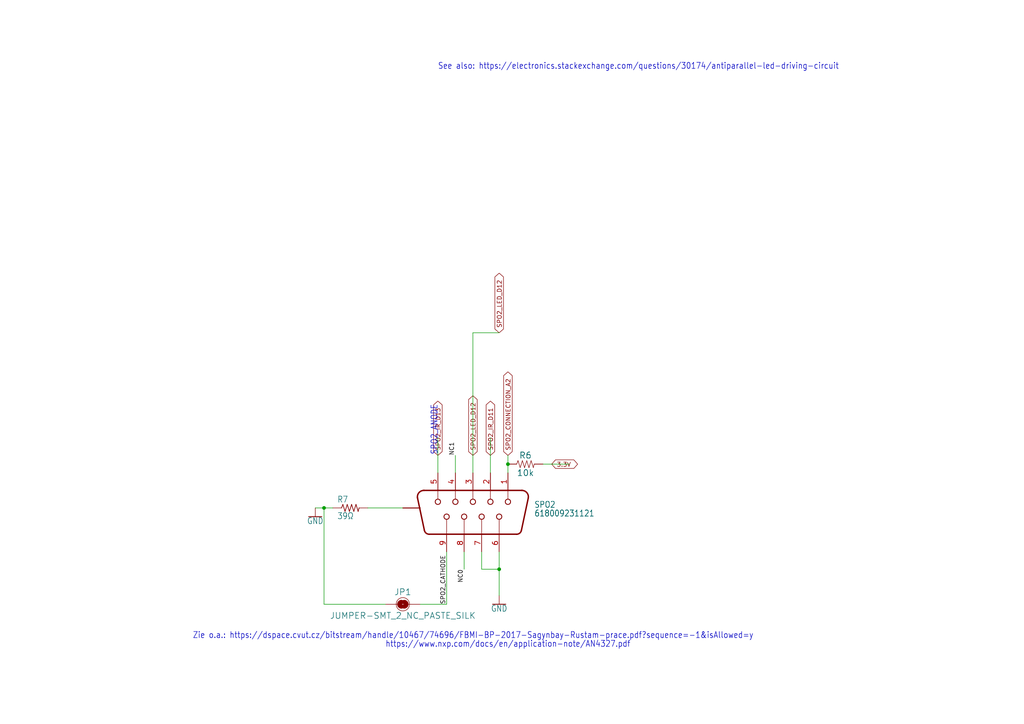
<source format=kicad_sch>
(kicad_sch (version 20250114) (generator "eeschema") (generator_version "9.0")
  (paper "A4")
  (lib_symbols
    (symbol "Spo2_module_v3.0.0_simple_dec2024-eagle-import:10KOHM-0603-1/10W-1%"
      (property "Reference" "R" (at 0 1.524 0))
      (symbol "10KOHM-0603-1/10W-1%_1_0"
        (polyline (pts (xy -2.54 0) (xy -2.159 1.016)) (stroke (width 0.1524)))
        (polyline (pts (xy -2.159 1.016) (xy -1.524 -1.016)) (stroke (width 0.1524)))
        (polyline (pts (xy -1.524 -1.016) (xy -0.889 1.016)) (stroke (width 0.1524)))
        (polyline (pts (xy -0.889 1.016) (xy -0.254 -1.016)) (stroke (width 0.1524)))
        (polyline (pts (xy -0.254 -1.016) (xy 0.381 1.016)) (stroke (width 0.1524)))
        (polyline (pts (xy 0.381 1.016) (xy 1.016 -1.016)) (stroke (width 0.1524)))
        (polyline (pts (xy 1.016 -1.016) (xy 1.651 1.016)) (stroke (width 0.1524)))
        (polyline (pts (xy 1.651 1.016) (xy 2.286 -1.016)) (stroke (width 0.1524)))
        (polyline (pts (xy 2.286 -1.016) (xy 2.54 0)) (stroke (width 0.1524)))
        (pin passive line (at -5.08 0 0) (length 2.54) (name "1") (number "1"))
        (pin passive line (at 5.08 0 180) (length 2.54) (name "2") (number "2"))
      )
    )
    (symbol "Spo2_module_v3.0.0_simple_dec2024-eagle-import:618009231121"
      (property "Reference" "J" (at 17.78 0 0))
      (symbol "618009231121_1_0"
        (polyline (pts (xy -16.0758 2.9496) (xy -14.0694 -6.5054)) (stroke (width 0.4064)))
        (polyline (pts (xy -14.3 5.08) (xy 14.3 5.08)) (stroke (width 0.4064)))
        (arc (start -16.0669 2.9006) (mid -15.6168 4.4544) (end -14.1241 5.078) (stroke (width 0.4064)))
        (arc (start -12.7018 -7.624) (mid -13.5827 -7.3056) (end -14.0693 -6.5053) (stroke (width 0.4064)))
        (polyline (pts (xy -10.16 2.54) (xy -10.16 5.08)) (stroke (width 0.1524)))
        (circle (center -10.16 1.778) (radius 0.762) (stroke (width 0.254)))
        (circle (center -7.62 -2.54) (radius 0.762) (stroke (width 0.254)))
        (polyline (pts (xy -7.62 -7.66) (xy -7.62 -3.31)) (stroke (width 0.1524)))
        (polyline (pts (xy -5.08 2.54) (xy -5.08 5.08)) (stroke (width 0.1524)))
        (circle (center -5.08 1.778) (radius 0.762) (stroke (width 0.254)))
        (circle (center -2.54 -2.54) (radius 0.762) (stroke (width 0.254)))
        (polyline (pts (xy -2.54 -7.66) (xy -2.54 -3.31)) (stroke (width 0.1524)))
        (polyline (pts (xy 0 2.54) (xy 0 5.08)) (stroke (width 0.1524)))
        (circle (center 0 1.778) (radius 0.762) (stroke (width 0.254)))
        (circle (center 2.54 -2.54) (radius 0.762) (stroke (width 0.254)))
        (polyline (pts (xy 2.54 -7.66) (xy 2.54 -3.31)) (stroke (width 0.1524)))
        (polyline (pts (xy 5.08 2.54) (xy 5.08 5.08)) (stroke (width 0.1524)))
        (circle (center 5.08 1.778) (radius 0.762) (stroke (width 0.254)))
        (circle (center 7.62 -2.54) (radius 0.762) (stroke (width 0.254)))
        (polyline (pts (xy 7.62 -7.66) (xy 7.62 -3.31)) (stroke (width 0.1524)))
        (polyline (pts (xy 10.16 2.54) (xy 10.16 5.08)) (stroke (width 0.1524)))
        (circle (center 10.16 1.778) (radius 0.762) (stroke (width 0.254)))
        (arc (start 14.0693 -6.5053) (mid 13.5827 -7.3056) (end 12.7018 -7.624) (stroke (width 0.4064)))
        (polyline (pts (xy 12.7 -7.62) (xy -12.7 -7.62)) (stroke (width 0.4064)))
        (arc (start 14.1241 5.078) (mid 15.6168 4.4544) (end 16.0669 2.9006) (stroke (width 0.4064)))
        (polyline (pts (xy 16.0758 2.9496) (xy 14.0694 -6.5054)) (stroke (width 0.4064)))
        (pin bidirectional line (at -20.32 0 0) (length 5.08) (name "SHIELD") (number "SHELL"))
        (pin bidirectional line (at -20.32 0 0) (length 5.08) (name "SHIELD") (number "SHELL1"))
        (pin bidirectional line (at -10.16 10.16 270) (length 5.08) (name "5") (number "5"))
        (pin bidirectional line (at -7.62 -12.7 90) (length 5.08) (name "9") (number "9"))
        (pin bidirectional line (at -5.08 10.16 270) (length 5.08) (name "4") (number "4"))
        (pin bidirectional line (at -2.54 -12.7 90) (length 5.08) (name "8") (number "8"))
        (pin bidirectional line (at 0 10.16 270) (length 5.08) (name "3") (number "3"))
        (pin bidirectional line (at 2.54 -12.7 90) (length 5.08) (name "7") (number "7"))
        (pin bidirectional line (at 5.08 10.16 270) (length 5.08) (name "2") (number "2"))
        (pin bidirectional line (at 7.62 -12.7 90) (length 5.08) (name "6") (number "6"))
        (pin bidirectional line (at 10.16 10.16 270) (length 5.08) (name "1") (number "1"))
      )
    )
    (symbol "Spo2_module_v3.0.0_simple_dec2024-eagle-import:JUMPER-SMT_2_NC_PASTE_SILK"
      (property "Reference" "JP" (at 0 3.556 0))
      (symbol "JUMPER-SMT_2_NC_PASTE_SILK_1_0"
        (polyline (pts (xy -2.54 0) (xy -1.651 0)) (stroke (width 0.1524)))
        (arc (start -0.381 -0.635) (mid -1.0159 0.0001) (end -0.3808 0.635) (stroke (width 1.27)))
        (circle (center 0 0) (radius 1.9344))
        (arc (start 0.381 0.635) (mid 1.0159 -0.0001) (end 0.3808 -0.635) (stroke (width 1.27)))
        (polyline (pts (xy 2.54 0) (xy 1.651 0)) (stroke (width 0.1524)))
        (pin passive line (at -5.08 0 0) (length 2.54) (name "1") (number "1"))
        (pin passive line (at 5.08 0 180) (length 2.54) (name "2") (number "2"))
      )
    )
    (symbol "Spo2_module_v3.0.0_simple_dec2024-eagle-import:R-US_R0603"
      (property "Reference" "R" (at -3.81 1.4986 0))
      (symbol "R-US_R0603_1_0"
        (polyline (pts (xy -2.54 0) (xy -2.159 1.016)) (stroke (width 0.2032)))
        (polyline (pts (xy -2.159 1.016) (xy -1.524 -1.016)) (stroke (width 0.2032)))
        (polyline (pts (xy -1.524 -1.016) (xy -0.889 1.016)) (stroke (width 0.2032)))
        (polyline (pts (xy -0.889 1.016) (xy -0.254 -1.016)) (stroke (width 0.2032)))
        (polyline (pts (xy -0.254 -1.016) (xy 0.381 1.016)) (stroke (width 0.2032)))
        (polyline (pts (xy 0.381 1.016) (xy 1.016 -1.016)) (stroke (width 0.2032)))
        (polyline (pts (xy 1.016 -1.016) (xy 1.651 1.016)) (stroke (width 0.2032)))
        (polyline (pts (xy 1.651 1.016) (xy 2.286 -1.016)) (stroke (width 0.2032)))
        (polyline (pts (xy 2.286 -1.016) (xy 2.54 0)) (stroke (width 0.2032)))
        (pin passive line (at -5.08 0 0) (length 2.54) (name "1") (number "1"))
        (pin passive line (at 5.08 0 180) (length 2.54) (name "2") (number "2"))
      )
    )
    (symbol "Spo2_module_v3.0.0_simple_dec2024-eagle-import:SparkFun-PowerSymbols_530_GND" (power)
      (symbol "SparkFun-PowerSymbols_530_GND_1_0"
        (polyline (pts (xy -1.905 0) (xy 1.905 0)) (stroke (width 0.254)))
        (pin power_in line (at 0 2.54 270) (length 2.54) (name "GND") (number "1"))
      )
    )
  )
  (text "Zie o.a.: https://dspace.cvut.cz/bitstream/handle/10467/74696/FBMI-BP-2017-Sagynbay-Rustam-prace.pdf?sequence=-1&isAllowed=y" (at 55.88 185.42 0) (effects (font (size 1.778 1.5113)) (justify left bottom)))
  (text "SPO2_ANODE" (at 127 132.08 90) (effects (font (size 1.778 1.5113)) (justify left bottom)))
  (text "https://www.nxp.com/docs/en/application-note/AN4327.pdf" (at 111.76 187.96 0) (effects (font (size 1.778 1.5113)) (justify left bottom)))
  (text "See also: https://electronics.stackexchange.com/questions/30174/antiparallel-led-driving-circuit" (at 127 20.32 0) (effects (font (size 1.778 1.5113)) (justify left bottom)))
  (junction (at 147.32 134.62))
  (junction (at 93.98 147.32))
  (junction (at 144.78 165.1))
  (wire (pts (xy 142.24 137.16) (xy 142.24 127)) (stroke (width 0.1524)))
  (wire (pts (xy 147.32 134.62) (xy 147.32 132.08)) (stroke (width 0.1524)))
  (wire (pts (xy 147.32 137.16) (xy 147.32 134.62)) (stroke (width 0.1524)))
  (wire (pts (xy 132.08 137.16) (xy 132.08 132.08)) (stroke (width 0.1524)))
  (wire (pts (xy 116.84 147.32) (xy 106.68 147.32)) (stroke (width 0.1524)))
  (wire (pts (xy 93.98 147.32) (xy 93.98 175.26)) (stroke (width 0.1524)))
  (wire (pts (xy 93.98 147.32) (xy 96.52 147.32)) (stroke (width 0.1524)))
  (wire (pts (xy 134.62 160.02) (xy 134.62 165.1)) (stroke (width 0.1524)))
  (wire (pts (xy 144.78 96.52) (xy 137.16 96.52)) (stroke (width 0.1524)))
  (wire (pts (xy 144.78 165.1) (xy 144.78 172.72)) (stroke (width 0.1524)))
  (wire (pts (xy 91.44 147.32) (xy 93.98 147.32)) (stroke (width 0.1524)))
  (wire (pts (xy 157.48 134.62) (xy 165.1 134.62)) (stroke (width 0.1524)))
  (wire (pts (xy 129.54 160.02) (xy 129.54 175.26)) (stroke (width 0.1524)))
  (wire (pts (xy 93.98 175.26) (xy 111.76 175.26)) (stroke (width 0.1524)))
  (wire (pts (xy 139.7 165.1) (xy 144.78 165.1)) (stroke (width 0.1524)))
  (wire (pts (xy 139.7 160.02) (xy 139.7 165.1)) (stroke (width 0.1524)))
  (wire (pts (xy 144.78 160.02) (xy 144.78 165.1)) (stroke (width 0.1524)))
  (wire (pts (xy 129.54 175.26) (xy 121.92 175.26)) (stroke (width 0.1524)))
  (wire (pts (xy 137.16 137.16) (xy 137.16 96.52)) (stroke (width 0.1524)))
  (wire (pts (xy 127 137.16) (xy 127 127)) (stroke (width 0.1524)))
  (label "SPO2_CATHODE" (at 129.54 175.26 90) (effects (font (size 1.2446 1.2446))))
  (label "NC1" (at 132.08 132.08 90) (effects (font (size 1.2446 1.2446))))
  (label "NC0" (at 134.62 165.1 270) (effects (font (size 1.2446 1.2446))))
  (global_label "SPO2_LED_D12" (shape bidirectional) (at 137.16 132.08 90) (effects (font (size 1.2446 1.2446))) (property "Intersheetrefs" "${INTERSHEET_REFS}" (effects (hide yes))))
  (global_label "SPO2_LED_D12" (shape bidirectional) (at 144.78 96.52 90) (effects (font (size 1.2446 1.2446))) (property "Intersheetrefs" "${INTERSHEET_REFS}" (effects (hide yes))))
  (global_label "SPO2_IR_D13" (shape bidirectional) (at 127 132.08 90) (effects (font (size 1.2446 1.2446))) (property "Intersheetrefs" "${INTERSHEET_REFS}" (effects (hide yes))))
  (global_label "SPO2_CONNECTION_A2" (shape bidirectional) (at 147.32 132.08 90) (effects (font (size 1.2446 1.2446))) (property "Intersheetrefs" "${INTERSHEET_REFS}" (effects (hide yes))))
  (global_label "SPO2_IR_D11" (shape bidirectional) (at 142.24 132.08 90) (effects (font (size 1.2446 1.2446))) (property "Intersheetrefs" "${INTERSHEET_REFS}" (effects (hide yes))))
  (global_label "3.3V" (shape bidirectional) (at 160.02 134.62 0) (effects (font (size 1.2446 1.2446))) (property "Intersheetrefs" "${INTERSHEET_REFS}" (effects (hide yes))))
  (symbol (lib_id "Spo2_module_v3.0.0_simple_dec2024-eagle-import:618009231121") (at 137.16 147.32 0) (unit 1)
    (property "Reference" "SPO2" (at 154.94 147.32 0) (effects (font (size 1.778 1.5113)) (justify left bottom)))
    (property "Value" "618009231121" (at 154.94 149.86 0) (effects (font (size 1.778 1.5113)) (justify left bottom)))
    (property "Footprint" "Spo2_module_v3.0.0_simple_dec2024:618009231121" (effects (hide yes)))
  )
  (symbol (lib_id "Spo2_module_v3.0.0_simple_dec2024-eagle-import:JUMPER-SMT_2_NC_PASTE_SILK") (at 116.84 175.26 0) (unit 1)
    (property "Reference" "JP1" (at 116.84 171.704 0) (effects (font (size 1.778 1.778))))
    (property "Value" "JUMPER-SMT_2_NC_PASTE_SILK" (at 116.84 178.562 0) (effects (font (size 1.778 1.778))))
    (property "Footprint" "Spo2_module_v3.0.0_simple_dec2024:SMT-JUMPER_2_NC_PASTE_SILK" (effects (hide yes)))
  )
  (symbol (lib_id "Spo2_module_v3.0.0_simple_dec2024-eagle-import:R-US_R0603") (at 101.6 147.32 0) (unit 1)
    (property "Reference" "R7" (at 97.79 145.8214 0) (effects (font (size 1.778 1.5113)) (justify left bottom)))
    (property "Value" "39Ω" (at 97.79 150.622 0) (effects (font (size 1.778 1.5113)) (justify left bottom)))
    (property "Footprint" "Spo2_module_v3.0.0_simple_dec2024:R0603" (effects (hide yes)))
  )
  (symbol (lib_id "Spo2_module_v3.0.0_simple_dec2024-eagle-import:SparkFun-PowerSymbols_530_GND") (at 144.78 175.26 0) (unit 1)
    (property "Reference" "#GND1" (effects (hide yes)))
    (property "Value" "GND" (at 144.78 175.514 0) (effects (font (size 1.778 1.5113)) (justify top)))
  )
  (symbol (lib_id "Spo2_module_v3.0.0_simple_dec2024-eagle-import:10KOHM-0603-1/10W-1%") (at 152.4 134.62 0) (unit 1)
    (property "Reference" "R6" (at 152.4 133.096 0) (effects (font (size 1.778 1.778)) (justify bottom)))
    (property "Value" "10k" (at 152.4 136.144 0) (effects (font (size 1.778 1.778)) (justify top)))
    (property "Footprint" "Spo2_module_v3.0.0_simple_dec2024:0603" (effects (hide yes)))
  )
  (symbol (lib_id "Spo2_module_v3.0.0_simple_dec2024-eagle-import:SparkFun-PowerSymbols_530_GND") (at 91.44 149.86 0) (unit 1)
    (property "Reference" "#GND2" (effects (hide yes)))
    (property "Value" "GND" (at 91.44 150.114 0) (effects (font (size 1.778 1.5113)) (justify top)))
  )
)
</source>
